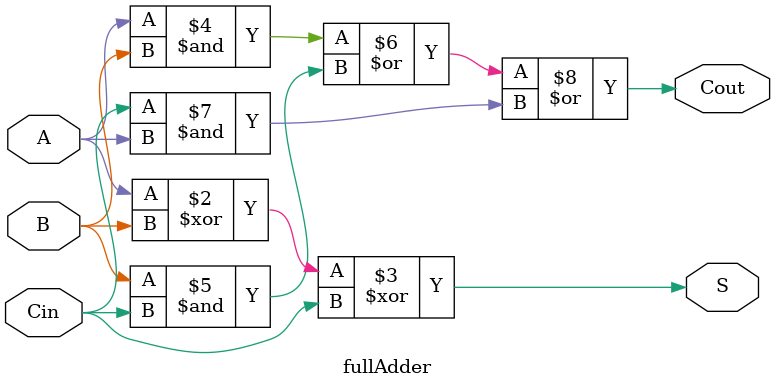
<source format=sv>
module fullAdder(
	input wire A,
	input wire B,
	input wire Cin,
	output reg Cout,
	output reg S
);

	always_comb begin
	
		S = A ^ B ^ Cin;
		
		Cout = A & B | B & Cin | Cin & A;
		
	end
	
endmodule 
</source>
